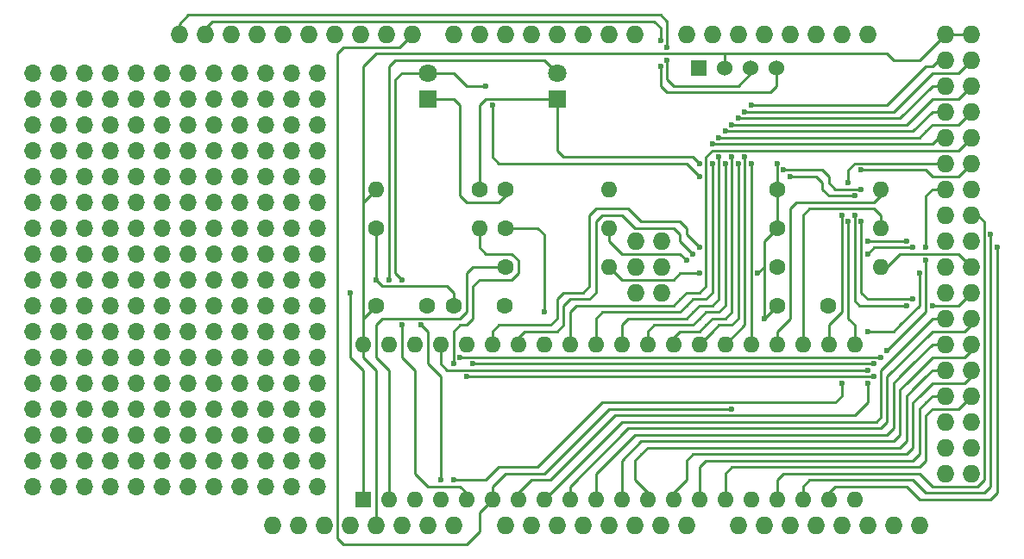
<source format=gtl>
G04 #@! TF.FileFunction,Copper,L1,Top,Signal*
%FSLAX46Y46*%
G04 Gerber Fmt 4.6, Leading zero omitted, Abs format (unit mm)*
G04 Created by KiCad (PCBNEW 4.0.7) date 08/20/19 17:13:51*
%MOMM*%
%LPD*%
G01*
G04 APERTURE LIST*
%ADD10C,0.100000*%
%ADD11C,1.600000*%
%ADD12R,1.800000X1.800000*%
%ADD13C,1.800000*%
%ADD14O,1.600000X1.600000*%
%ADD15R,1.600000X1.600000*%
%ADD16O,1.727200X1.727200*%
%ADD17O,1.700000X1.700000*%
%ADD18R,1.524000X1.524000*%
%ADD19C,1.524000*%
%ADD20C,0.600000*%
%ADD21C,0.250000*%
G04 APERTURE END LIST*
D10*
D11*
X226060000Y-79375000D03*
X231060000Y-79375000D03*
X186690000Y-79375000D03*
X191690000Y-79375000D03*
X194310000Y-79375000D03*
X199310000Y-79375000D03*
D12*
X191770000Y-59055000D03*
D13*
X191770000Y-56515000D03*
D12*
X204470000Y-59055000D03*
D13*
X204470000Y-56515000D03*
D11*
X186690000Y-71755000D03*
D14*
X196850000Y-71755000D03*
D11*
X196850000Y-67945000D03*
D14*
X186690000Y-67945000D03*
D11*
X199390000Y-75565000D03*
D14*
X209550000Y-75565000D03*
D11*
X226060000Y-67945000D03*
D14*
X236220000Y-67945000D03*
D11*
X226060000Y-71755000D03*
D14*
X236220000Y-71755000D03*
D11*
X199390000Y-67945000D03*
D14*
X209550000Y-67945000D03*
D11*
X226060000Y-75565000D03*
D14*
X236220000Y-75565000D03*
D11*
X199390000Y-71755000D03*
D14*
X209550000Y-71755000D03*
D15*
X185420000Y-98425000D03*
D14*
X233680000Y-83185000D03*
X187960000Y-98425000D03*
X231140000Y-83185000D03*
X190500000Y-98425000D03*
X228600000Y-83185000D03*
X193040000Y-98425000D03*
X226060000Y-83185000D03*
X195580000Y-98425000D03*
X223520000Y-83185000D03*
X198120000Y-98425000D03*
X220980000Y-83185000D03*
X200660000Y-98425000D03*
X218440000Y-83185000D03*
X203200000Y-98425000D03*
X215900000Y-83185000D03*
X205740000Y-98425000D03*
X213360000Y-83185000D03*
X208280000Y-98425000D03*
X210820000Y-83185000D03*
X210820000Y-98425000D03*
X208280000Y-83185000D03*
X213360000Y-98425000D03*
X205740000Y-83185000D03*
X215900000Y-98425000D03*
X203200000Y-83185000D03*
X218440000Y-98425000D03*
X200660000Y-83185000D03*
X220980000Y-98425000D03*
X198120000Y-83185000D03*
X223520000Y-98425000D03*
X195580000Y-83185000D03*
X226060000Y-98425000D03*
X193040000Y-83185000D03*
X228600000Y-98425000D03*
X190500000Y-83185000D03*
X231140000Y-98425000D03*
X187960000Y-83185000D03*
X233680000Y-98425000D03*
X185420000Y-83185000D03*
D16*
X212217000Y-78105000D03*
X214757000Y-78105000D03*
X214757000Y-75565000D03*
X212217000Y-75565000D03*
X214757000Y-73025000D03*
X199390000Y-100965000D03*
X194310000Y-100965000D03*
X191770000Y-100965000D03*
X189230000Y-100965000D03*
X186690000Y-100965000D03*
X184150000Y-100965000D03*
X181610000Y-100965000D03*
X179070000Y-100965000D03*
X234950000Y-52705000D03*
X232410000Y-52705000D03*
X229870000Y-52705000D03*
X227330000Y-52705000D03*
X224790000Y-52705000D03*
X222250000Y-52705000D03*
X219710000Y-52705000D03*
X217170000Y-52705000D03*
X212090000Y-52705000D03*
X209550000Y-52705000D03*
X207010000Y-52705000D03*
X204470000Y-52705000D03*
X201930000Y-52705000D03*
X199390000Y-52705000D03*
X196850000Y-52705000D03*
X194310000Y-52705000D03*
X175006000Y-52705000D03*
X190246000Y-52705000D03*
X187706000Y-52705000D03*
X185166000Y-52705000D03*
X167386000Y-52705000D03*
X169926000Y-52705000D03*
X172466000Y-52705000D03*
X177546000Y-52705000D03*
X180086000Y-52705000D03*
X182626000Y-52705000D03*
X176530000Y-100965000D03*
X201930000Y-100965000D03*
X204470000Y-100965000D03*
X207010000Y-100965000D03*
X209550000Y-100965000D03*
X212090000Y-100965000D03*
X214630000Y-100965000D03*
X217170000Y-100965000D03*
X222250000Y-100965000D03*
X224790000Y-100965000D03*
X227330000Y-100965000D03*
X229870000Y-100965000D03*
X232410000Y-100965000D03*
X234950000Y-100965000D03*
X237490000Y-100965000D03*
X240030000Y-100965000D03*
X242570000Y-52705000D03*
X245110000Y-52705000D03*
X242570000Y-55245000D03*
X245110000Y-55245000D03*
X242570000Y-57785000D03*
X245110000Y-57785000D03*
X242570000Y-60325000D03*
X245110000Y-60325000D03*
X242570000Y-62865000D03*
X245110000Y-62865000D03*
X242570000Y-65405000D03*
X245110000Y-65405000D03*
X242570000Y-67945000D03*
X245110000Y-67945000D03*
X242570000Y-70485000D03*
X245110000Y-70485000D03*
X242570000Y-73025000D03*
X245110000Y-73025000D03*
X242570000Y-75565000D03*
X245110000Y-75565000D03*
X242570000Y-78105000D03*
X245110000Y-78105000D03*
X242570000Y-80645000D03*
X245110000Y-80645000D03*
X242570000Y-83185000D03*
X245110000Y-83185000D03*
X242570000Y-85725000D03*
X245110000Y-85725000D03*
X242570000Y-88265000D03*
X245110000Y-88265000D03*
X242570000Y-90805000D03*
X245110000Y-90805000D03*
X242570000Y-93345000D03*
X245110000Y-93345000D03*
X242570000Y-95885000D03*
X245110000Y-95885000D03*
X212217000Y-73025000D03*
D17*
X180975000Y-56515000D03*
X180975000Y-59055000D03*
X180975000Y-61595000D03*
X180975000Y-64135000D03*
X180975000Y-66675000D03*
X180975000Y-69215000D03*
X180975000Y-71755000D03*
X180975000Y-74295000D03*
X180975000Y-76835000D03*
X180975000Y-79375000D03*
X180975000Y-81915000D03*
X180975000Y-84455000D03*
X180975000Y-86995000D03*
X180975000Y-89535000D03*
X180975000Y-92075000D03*
X180975000Y-94615000D03*
X180975000Y-97155000D03*
X175895000Y-56515000D03*
X175895000Y-59055000D03*
X175895000Y-61595000D03*
X175895000Y-64135000D03*
X175895000Y-66675000D03*
X175895000Y-69215000D03*
X175895000Y-71755000D03*
X175895000Y-74295000D03*
X175895000Y-76835000D03*
X175895000Y-79375000D03*
X175895000Y-81915000D03*
X175895000Y-84455000D03*
X175895000Y-86995000D03*
X175895000Y-89535000D03*
X175895000Y-92075000D03*
X175895000Y-94615000D03*
X175895000Y-97155000D03*
X173355000Y-56515000D03*
X173355000Y-59055000D03*
X173355000Y-61595000D03*
X173355000Y-64135000D03*
X173355000Y-66675000D03*
X173355000Y-69215000D03*
X173355000Y-71755000D03*
X173355000Y-74295000D03*
X173355000Y-76835000D03*
X173355000Y-79375000D03*
X173355000Y-81915000D03*
X173355000Y-84455000D03*
X173355000Y-86995000D03*
X173355000Y-89535000D03*
X173355000Y-92075000D03*
X173355000Y-94615000D03*
X173355000Y-97155000D03*
X170815000Y-56515000D03*
X170815000Y-59055000D03*
X170815000Y-61595000D03*
X170815000Y-64135000D03*
X170815000Y-66675000D03*
X170815000Y-69215000D03*
X170815000Y-71755000D03*
X170815000Y-74295000D03*
X170815000Y-76835000D03*
X170815000Y-79375000D03*
X170815000Y-81915000D03*
X170815000Y-84455000D03*
X170815000Y-86995000D03*
X170815000Y-89535000D03*
X170815000Y-92075000D03*
X170815000Y-94615000D03*
X170815000Y-97155000D03*
X168275000Y-56515000D03*
X168275000Y-59055000D03*
X168275000Y-61595000D03*
X168275000Y-64135000D03*
X168275000Y-66675000D03*
X168275000Y-69215000D03*
X168275000Y-71755000D03*
X168275000Y-74295000D03*
X168275000Y-76835000D03*
X168275000Y-79375000D03*
X168275000Y-81915000D03*
X168275000Y-84455000D03*
X168275000Y-86995000D03*
X168275000Y-89535000D03*
X168275000Y-92075000D03*
X168275000Y-94615000D03*
X168275000Y-97155000D03*
X165735000Y-56515000D03*
X165735000Y-59055000D03*
X165735000Y-61595000D03*
X165735000Y-64135000D03*
X165735000Y-66675000D03*
X165735000Y-69215000D03*
X165735000Y-71755000D03*
X165735000Y-74295000D03*
X165735000Y-76835000D03*
X165735000Y-79375000D03*
X165735000Y-81915000D03*
X165735000Y-84455000D03*
X165735000Y-86995000D03*
X165735000Y-89535000D03*
X165735000Y-92075000D03*
X165735000Y-94615000D03*
X165735000Y-97155000D03*
X163195000Y-56515000D03*
X163195000Y-59055000D03*
X163195000Y-61595000D03*
X163195000Y-64135000D03*
X163195000Y-66675000D03*
X163195000Y-69215000D03*
X163195000Y-71755000D03*
X163195000Y-74295000D03*
X163195000Y-76835000D03*
X163195000Y-79375000D03*
X163195000Y-81915000D03*
X163195000Y-84455000D03*
X163195000Y-86995000D03*
X163195000Y-89535000D03*
X163195000Y-92075000D03*
X163195000Y-94615000D03*
X163195000Y-97155000D03*
X160655000Y-56515000D03*
X160655000Y-59055000D03*
X160655000Y-61595000D03*
X160655000Y-64135000D03*
X160655000Y-66675000D03*
X160655000Y-69215000D03*
X160655000Y-71755000D03*
X160655000Y-74295000D03*
X160655000Y-76835000D03*
X160655000Y-79375000D03*
X160655000Y-81915000D03*
X160655000Y-84455000D03*
X160655000Y-86995000D03*
X160655000Y-89535000D03*
X160655000Y-92075000D03*
X160655000Y-94615000D03*
X160655000Y-97155000D03*
X158115000Y-56515000D03*
X158115000Y-59055000D03*
X158115000Y-61595000D03*
X158115000Y-64135000D03*
X158115000Y-66675000D03*
X158115000Y-69215000D03*
X158115000Y-71755000D03*
X158115000Y-74295000D03*
X158115000Y-76835000D03*
X158115000Y-79375000D03*
X158115000Y-81915000D03*
X158115000Y-84455000D03*
X158115000Y-86995000D03*
X158115000Y-89535000D03*
X158115000Y-92075000D03*
X158115000Y-94615000D03*
X158115000Y-97155000D03*
X155575000Y-56515000D03*
X155575000Y-59055000D03*
X155575000Y-61595000D03*
X155575000Y-64135000D03*
X155575000Y-66675000D03*
X155575000Y-69215000D03*
X155575000Y-71755000D03*
X155575000Y-74295000D03*
X155575000Y-76835000D03*
X155575000Y-79375000D03*
X155575000Y-81915000D03*
X155575000Y-84455000D03*
X155575000Y-86995000D03*
X155575000Y-89535000D03*
X155575000Y-92075000D03*
X155575000Y-94615000D03*
X155575000Y-97155000D03*
X153035000Y-56515000D03*
X153035000Y-59055000D03*
X153035000Y-61595000D03*
X153035000Y-64135000D03*
X153035000Y-66675000D03*
X153035000Y-69215000D03*
X153035000Y-71755000D03*
X153035000Y-74295000D03*
X153035000Y-76835000D03*
X153035000Y-79375000D03*
X153035000Y-81915000D03*
X153035000Y-84455000D03*
X153035000Y-86995000D03*
X153035000Y-89535000D03*
X153035000Y-92075000D03*
X153035000Y-94615000D03*
X153035000Y-97155000D03*
X178435000Y-56515000D03*
X178435000Y-59055000D03*
X178435000Y-61595000D03*
X178435000Y-64135000D03*
X178435000Y-66675000D03*
X178435000Y-69215000D03*
X178435000Y-71755000D03*
X178435000Y-74295000D03*
X178435000Y-76835000D03*
X178435000Y-79375000D03*
X178435000Y-81915000D03*
X178435000Y-84455000D03*
X178435000Y-86995000D03*
X178435000Y-89535000D03*
X178435000Y-92075000D03*
X178435000Y-94615000D03*
X178435000Y-97155000D03*
D18*
X218405000Y-56030000D03*
D19*
X220945000Y-56030000D03*
X223485000Y-56030000D03*
X226025000Y-56030000D03*
D20*
X226060000Y-65405000D03*
X224155000Y-76200000D03*
X218440000Y-76200000D03*
X224790000Y-80645000D03*
X184150000Y-78105000D03*
X186690000Y-76835000D03*
X197485000Y-57785000D03*
X198120000Y-59690000D03*
X218440000Y-66675000D03*
X227330000Y-66675000D03*
X241300000Y-79375000D03*
X238760000Y-79375000D03*
X233680000Y-68580000D03*
X233680000Y-70485000D03*
X191135000Y-81280000D03*
X189230000Y-76835000D03*
X193040000Y-96520000D03*
X218440000Y-65405000D03*
X226695000Y-66040000D03*
X234315000Y-71120000D03*
X234315000Y-67945000D03*
X239395000Y-78740000D03*
X187960000Y-76835000D03*
X189230000Y-81280000D03*
X194310000Y-85090000D03*
X195580000Y-86360000D03*
X235585000Y-86360000D03*
X217170000Y-74930000D03*
X203200000Y-80010000D03*
X233045000Y-71120000D03*
X233045000Y-67310000D03*
X234315000Y-66040000D03*
X232410000Y-70485000D03*
X232410000Y-86995000D03*
X240030000Y-76200000D03*
X194310000Y-96520000D03*
X234950000Y-81915000D03*
X223520000Y-59690000D03*
X223520000Y-65405000D03*
X222885000Y-60325000D03*
X222885000Y-64770000D03*
X240665000Y-73660000D03*
X240665000Y-74930000D03*
X236855000Y-83820000D03*
X234950000Y-86995000D03*
X222250000Y-65405000D03*
X222250000Y-60960000D03*
X221615000Y-61595000D03*
X221615000Y-64770000D03*
X220980000Y-62230000D03*
X220980000Y-65405000D03*
X220345000Y-62865000D03*
X220345000Y-64770000D03*
X219710000Y-63500000D03*
X219710000Y-65405000D03*
X234950000Y-74295000D03*
X239395000Y-73660000D03*
X217805000Y-74295000D03*
X218440000Y-73660000D03*
X234950000Y-73025000D03*
X238760000Y-73025000D03*
X235585000Y-85090000D03*
X196215000Y-85090000D03*
X234950000Y-85725000D03*
X247015000Y-72390000D03*
X236220000Y-84455000D03*
X194945000Y-84455000D03*
X247650000Y-73660000D03*
X221615000Y-89535000D03*
X215265000Y-55245000D03*
X215265000Y-53975000D03*
X214630000Y-55880000D03*
X214630000Y-53340000D03*
D21*
X220945000Y-56030000D02*
X220945000Y-54610000D01*
X220945000Y-54610000D02*
X220980000Y-54610000D01*
X226060000Y-67945000D02*
X226060000Y-65405000D01*
X215900000Y-76835000D02*
X216535000Y-76200000D01*
X224155000Y-76200000D02*
X224790000Y-75565000D01*
X216535000Y-76200000D02*
X218440000Y-76200000D01*
X209550000Y-75565000D02*
X210820000Y-76835000D01*
X210820000Y-76835000D02*
X215900000Y-76835000D01*
X224790000Y-78740000D02*
X224790000Y-80645000D01*
X226060000Y-79375000D02*
X225425000Y-79375000D01*
X224790000Y-73025000D02*
X226060000Y-71755000D01*
X224790000Y-75565000D02*
X224790000Y-73025000D01*
X224790000Y-78740000D02*
X224790000Y-75565000D01*
X225425000Y-54610000D02*
X220980000Y-54610000D01*
X242570000Y-52705000D02*
X240030000Y-55245000D01*
X236855000Y-54610000D02*
X226695000Y-54610000D01*
X237490000Y-55245000D02*
X236855000Y-54610000D01*
X240030000Y-55245000D02*
X237490000Y-55245000D01*
X226695000Y-54610000D02*
X225425000Y-54610000D01*
X220980000Y-54610000D02*
X186690000Y-54610000D01*
X186690000Y-54610000D02*
X185420000Y-55880000D01*
X185420000Y-55880000D02*
X185420000Y-69215000D01*
X185420000Y-83185000D02*
X185420000Y-84455000D01*
X185420000Y-84455000D02*
X186690000Y-85725000D01*
X186690000Y-100965000D02*
X186690000Y-85725000D01*
X242570000Y-52705000D02*
X245110000Y-52705000D01*
X185420000Y-80645000D02*
X185420000Y-69215000D01*
X185420000Y-69215000D02*
X186690000Y-67945000D01*
X185420000Y-83185000D02*
X185420000Y-80645000D01*
X185420000Y-80645000D02*
X186690000Y-79375000D01*
X226060000Y-67945000D02*
X226060000Y-71755000D01*
X224790000Y-80645000D02*
X226060000Y-79375000D01*
X184150000Y-78105000D02*
X184150000Y-78740000D01*
X185420000Y-98425000D02*
X185420000Y-85725000D01*
X184150000Y-84455000D02*
X184150000Y-78740000D01*
X185420000Y-85725000D02*
X184150000Y-84455000D01*
X194310000Y-79375000D02*
X194310000Y-78105000D01*
X186690000Y-76835000D02*
X186690000Y-71755000D01*
X187325000Y-77470000D02*
X186690000Y-76835000D01*
X193675000Y-77470000D02*
X187325000Y-77470000D01*
X194310000Y-78105000D02*
X193675000Y-77470000D01*
X199390000Y-67945000D02*
X199390000Y-68580000D01*
X199390000Y-68580000D02*
X198755000Y-69215000D01*
X198755000Y-69215000D02*
X195580000Y-69215000D01*
X195580000Y-69215000D02*
X194945000Y-68580000D01*
X194945000Y-68580000D02*
X194945000Y-59690000D01*
X194945000Y-59690000D02*
X194310000Y-59055000D01*
X194310000Y-59055000D02*
X191770000Y-59055000D01*
X230505000Y-67310000D02*
X229870000Y-66675000D01*
X198120000Y-64770000D02*
X198120000Y-59690000D01*
X198755000Y-65405000D02*
X198120000Y-64770000D01*
X217170000Y-65405000D02*
X198755000Y-65405000D01*
X218440000Y-66675000D02*
X217170000Y-65405000D01*
X229870000Y-66675000D02*
X227330000Y-66675000D01*
X191770000Y-56515000D02*
X194310000Y-56515000D01*
X194310000Y-56515000D02*
X195580000Y-57785000D01*
X231775000Y-68580000D02*
X231140000Y-68580000D01*
X236220000Y-79375000D02*
X234130002Y-79375000D01*
X243840000Y-79375000D02*
X241300000Y-79375000D01*
X238760000Y-79375000D02*
X236220000Y-79375000D01*
X245110000Y-78105000D02*
X243840000Y-79375000D01*
X233680000Y-78924998D02*
X233680000Y-70485000D01*
X234130002Y-79375000D02*
X233680000Y-78924998D01*
X233680000Y-68580000D02*
X231775000Y-68580000D01*
X230505000Y-67945000D02*
X230505000Y-67310000D01*
X231140000Y-68580000D02*
X230505000Y-67945000D01*
X197485000Y-57785000D02*
X195580000Y-57785000D01*
X191770000Y-84455000D02*
X191770000Y-85090000D01*
X191770000Y-85090000D02*
X193040000Y-86360000D01*
X188595000Y-74295000D02*
X188595000Y-57150000D01*
X188595000Y-57150000D02*
X189230000Y-56515000D01*
X189230000Y-56515000D02*
X191770000Y-56515000D01*
X191770000Y-81915000D02*
X191770000Y-84455000D01*
X191135000Y-81280000D02*
X191770000Y-81915000D01*
X188595000Y-76200000D02*
X189230000Y-76835000D01*
X188595000Y-74295000D02*
X188595000Y-76200000D01*
X193040000Y-96520000D02*
X193040000Y-86360000D01*
X231140000Y-66675000D02*
X230505000Y-66040000D01*
X204470000Y-64135000D02*
X204470000Y-59055000D01*
X205105000Y-64770000D02*
X204470000Y-64135000D01*
X217805000Y-64770000D02*
X205105000Y-64770000D01*
X218440000Y-65405000D02*
X217805000Y-64770000D01*
X230505000Y-66040000D02*
X226695000Y-66040000D01*
X231140000Y-67310000D02*
X231140000Y-66675000D01*
X231775000Y-67945000D02*
X234315000Y-67945000D01*
X234950000Y-78740000D02*
X234315000Y-78105000D01*
X234315000Y-78105000D02*
X234315000Y-71120000D01*
X239395000Y-78740000D02*
X234950000Y-78740000D01*
X231775000Y-67945000D02*
X231140000Y-67310000D01*
X196850000Y-67945000D02*
X196850000Y-59690000D01*
X196850000Y-59690000D02*
X197485000Y-59055000D01*
X197485000Y-59055000D02*
X204470000Y-59055000D01*
X190500000Y-95885000D02*
X191770000Y-97155000D01*
X189230000Y-84455000D02*
X190500000Y-85725000D01*
X190500000Y-85725000D02*
X190500000Y-95885000D01*
X195580000Y-98425000D02*
X195580000Y-97790000D01*
X195580000Y-97790000D02*
X194945000Y-97155000D01*
X194945000Y-97155000D02*
X191770000Y-97155000D01*
X189230000Y-81280000D02*
X189230000Y-84455000D01*
X204470000Y-56515000D02*
X203200000Y-55245000D01*
X187960000Y-55880000D02*
X187960000Y-74295000D01*
X188595000Y-55245000D02*
X187960000Y-55880000D01*
X203200000Y-55245000D02*
X188595000Y-55245000D01*
X187960000Y-74295000D02*
X187960000Y-76835000D01*
X200660000Y-74930000D02*
X200025000Y-74295000D01*
X196850000Y-73660000D02*
X196850000Y-71755000D01*
X197485000Y-74295000D02*
X196850000Y-73660000D01*
X200025000Y-74295000D02*
X197485000Y-74295000D01*
X196215000Y-86360000D02*
X233680000Y-86360000D01*
X235585000Y-86360000D02*
X233680000Y-86360000D01*
X196215000Y-86360000D02*
X195580000Y-86360000D01*
X200660000Y-76200000D02*
X200660000Y-74930000D01*
X200025000Y-76835000D02*
X200660000Y-76200000D01*
X196850000Y-76835000D02*
X200025000Y-76835000D01*
X196215000Y-77470000D02*
X196850000Y-76835000D01*
X196215000Y-80645000D02*
X196215000Y-77470000D01*
X195580000Y-81280000D02*
X196215000Y-80645000D01*
X194945000Y-81280000D02*
X195580000Y-81280000D01*
X194310000Y-81915000D02*
X194945000Y-81280000D01*
X194310000Y-85090000D02*
X194310000Y-81915000D01*
X196850000Y-72390000D02*
X196850000Y-71755000D01*
X186690000Y-82550000D02*
X186690000Y-84455000D01*
X196215000Y-75565000D02*
X195580000Y-76200000D01*
X195580000Y-76200000D02*
X195580000Y-80010000D01*
X195580000Y-80010000D02*
X194945000Y-80645000D01*
X194945000Y-80645000D02*
X187325000Y-80645000D01*
X187325000Y-80645000D02*
X186690000Y-81280000D01*
X186690000Y-81280000D02*
X186690000Y-82550000D01*
X199390000Y-75565000D02*
X196215000Y-75565000D01*
X187960000Y-85725000D02*
X187960000Y-98425000D01*
X186690000Y-84455000D02*
X187960000Y-85725000D01*
X236220000Y-67945000D02*
X236220000Y-68580000D01*
X236220000Y-68580000D02*
X235585000Y-69215000D01*
X227965000Y-69215000D02*
X227330000Y-69850000D01*
X235585000Y-69215000D02*
X227965000Y-69215000D01*
X227330000Y-78740000D02*
X227330000Y-69850000D01*
X226060000Y-81915000D02*
X227330000Y-80645000D01*
X227330000Y-80645000D02*
X227330000Y-78740000D01*
X226060000Y-83185000D02*
X226060000Y-81915000D01*
X228600000Y-72390000D02*
X228600000Y-70485000D01*
X236220000Y-70485000D02*
X236220000Y-71755000D01*
X235585000Y-69850000D02*
X236220000Y-70485000D01*
X229235000Y-69850000D02*
X235585000Y-69850000D01*
X228600000Y-70485000D02*
X229235000Y-69850000D01*
X228600000Y-83185000D02*
X228600000Y-72390000D01*
X215900000Y-74295000D02*
X216535000Y-74295000D01*
X216535000Y-74295000D02*
X217170000Y-74930000D01*
X209550000Y-73025000D02*
X209550000Y-71755000D01*
X210820000Y-74295000D02*
X209550000Y-73025000D01*
X215900000Y-74295000D02*
X210820000Y-74295000D01*
X236220000Y-75565000D02*
X236855000Y-75565000D01*
X236855000Y-75565000D02*
X238125000Y-74295000D01*
X238125000Y-74295000D02*
X243840000Y-74295000D01*
X243840000Y-74295000D02*
X245110000Y-75565000D01*
X203200000Y-72390000D02*
X202565000Y-71755000D01*
X202565000Y-71755000D02*
X199390000Y-71755000D01*
X203200000Y-80010000D02*
X203200000Y-72390000D01*
X235585000Y-65405000D02*
X233680000Y-65405000D01*
X233680000Y-83185000D02*
X233680000Y-81280000D01*
X233045000Y-80645000D02*
X233045000Y-71120000D01*
X233680000Y-81280000D02*
X233045000Y-80645000D01*
X235585000Y-65405000D02*
X242570000Y-65405000D01*
X233045000Y-66040000D02*
X233045000Y-67310000D01*
X233680000Y-65405000D02*
X233045000Y-66040000D01*
X245110000Y-65405000D02*
X243840000Y-66675000D01*
X243840000Y-66675000D02*
X241300000Y-66675000D01*
X240665000Y-66040000D02*
X236220000Y-66040000D01*
X241300000Y-66675000D02*
X240665000Y-66040000D01*
X234315000Y-66040000D02*
X236220000Y-66040000D01*
X231140000Y-81280000D02*
X231140000Y-83185000D01*
X232410000Y-80010000D02*
X232410000Y-72390000D01*
X231140000Y-81280000D02*
X232410000Y-80010000D01*
X232410000Y-72390000D02*
X232410000Y-70485000D01*
X231775000Y-88900000D02*
X232410000Y-88265000D01*
X232410000Y-88265000D02*
X232410000Y-86995000D01*
X238125000Y-81280000D02*
X240030000Y-79375000D01*
X240030000Y-79375000D02*
X240030000Y-76200000D01*
X208915000Y-88900000D02*
X226695000Y-88900000D01*
X202565000Y-95250000D02*
X208915000Y-88900000D01*
X198755000Y-95250000D02*
X202565000Y-95250000D01*
X197485000Y-96520000D02*
X198755000Y-95250000D01*
X194310000Y-96520000D02*
X197485000Y-96520000D01*
X226695000Y-88900000D02*
X231775000Y-88900000D01*
X237490000Y-81915000D02*
X238125000Y-81280000D01*
X234950000Y-81915000D02*
X237490000Y-81915000D01*
X240665000Y-55880000D02*
X236855000Y-59690000D01*
X236855000Y-59690000D02*
X223520000Y-59690000D01*
X241935000Y-55245000D02*
X241300000Y-55880000D01*
X241300000Y-55880000D02*
X240665000Y-55880000D01*
X241935000Y-55245000D02*
X242570000Y-55245000D01*
X223520000Y-83185000D02*
X223520000Y-65405000D01*
X223520000Y-83185000D02*
X223520000Y-82550000D01*
X241300000Y-56515000D02*
X237490000Y-60325000D01*
X237490000Y-60325000D02*
X222885000Y-60325000D01*
X220980000Y-83185000D02*
X222885000Y-81280000D01*
X222885000Y-81280000D02*
X222885000Y-64770000D01*
X243840000Y-56515000D02*
X245110000Y-55245000D01*
X241300000Y-56515000D02*
X243840000Y-56515000D01*
X220980000Y-83185000D02*
X220980000Y-82550000D01*
X226060000Y-90170000D02*
X233680000Y-90170000D01*
X210185000Y-90170000D02*
X226060000Y-90170000D01*
X203835000Y-96520000D02*
X210185000Y-90170000D01*
X201930000Y-96520000D02*
X203835000Y-96520000D01*
X200660000Y-97790000D02*
X201930000Y-96520000D01*
X241300000Y-67945000D02*
X242570000Y-67945000D01*
X240665000Y-68580000D02*
X241300000Y-67945000D01*
X240665000Y-69215000D02*
X240665000Y-68580000D01*
X240665000Y-73660000D02*
X240665000Y-69215000D01*
X240665000Y-80010000D02*
X240665000Y-74930000D01*
X236855000Y-83820000D02*
X240665000Y-80010000D01*
X234950000Y-88900000D02*
X234950000Y-86995000D01*
X233680000Y-90170000D02*
X234950000Y-88900000D01*
X200660000Y-98425000D02*
X200660000Y-97790000D01*
X241300000Y-57785000D02*
X238125000Y-60960000D01*
X219710000Y-81915000D02*
X220345000Y-81280000D01*
X220345000Y-81280000D02*
X221615000Y-81280000D01*
X221615000Y-81280000D02*
X222250000Y-80645000D01*
X222250000Y-80645000D02*
X222250000Y-65405000D01*
X218440000Y-83185000D02*
X219710000Y-81915000D01*
X241300000Y-57785000D02*
X242570000Y-57785000D01*
X238125000Y-60960000D02*
X222250000Y-60960000D01*
X215265000Y-90805000D02*
X235769998Y-90805000D01*
X210820000Y-90805000D02*
X215265000Y-90805000D01*
X203200000Y-98425000D02*
X210820000Y-90805000D01*
X241300000Y-80645000D02*
X242570000Y-80645000D01*
X236220000Y-85725000D02*
X241300000Y-80645000D01*
X236220000Y-90354998D02*
X236220000Y-85725000D01*
X235769998Y-90805000D02*
X236220000Y-90354998D01*
X219075000Y-81280000D02*
X219710000Y-80645000D01*
X219710000Y-80645000D02*
X220980000Y-80645000D01*
X220980000Y-80645000D02*
X221615000Y-80010000D01*
X218440000Y-81915000D02*
X219075000Y-81280000D01*
X216535000Y-81915000D02*
X218440000Y-81915000D01*
X216535000Y-81915000D02*
X215900000Y-82550000D01*
X245110000Y-57785000D02*
X243840000Y-59055000D01*
X215900000Y-83185000D02*
X215900000Y-82550000D01*
X241300000Y-59055000D02*
X238760000Y-61595000D01*
X238760000Y-61595000D02*
X221615000Y-61595000D01*
X221615000Y-80010000D02*
X221615000Y-64770000D01*
X241300000Y-59055000D02*
X243840000Y-59055000D01*
X245110000Y-80645000D02*
X245110000Y-81280000D01*
X245110000Y-81280000D02*
X244475000Y-81915000D01*
X244475000Y-81915000D02*
X241300000Y-81915000D01*
X241300000Y-81915000D02*
X236855000Y-86360000D01*
X236855000Y-86360000D02*
X236855000Y-90805000D01*
X236855000Y-90805000D02*
X236220000Y-91440000D01*
X236220000Y-91440000D02*
X215265000Y-91440000D01*
X205740000Y-98425000D02*
X205740000Y-97155000D01*
X211455000Y-91440000D02*
X215265000Y-91440000D01*
X205740000Y-97155000D02*
X211455000Y-91440000D01*
X241300000Y-60325000D02*
X239395000Y-62230000D01*
X239395000Y-62230000D02*
X220980000Y-62230000D01*
X218440000Y-80645000D02*
X219075000Y-80010000D01*
X213360000Y-81915000D02*
X213995000Y-81280000D01*
X213995000Y-81280000D02*
X217805000Y-81280000D01*
X217805000Y-81280000D02*
X218440000Y-80645000D01*
X213360000Y-81915000D02*
X213360000Y-83185000D01*
X220980000Y-79375000D02*
X220980000Y-65405000D01*
X220345000Y-80010000D02*
X220980000Y-79375000D01*
X219075000Y-80010000D02*
X220345000Y-80010000D01*
X242570000Y-60325000D02*
X241300000Y-60325000D01*
X238125000Y-86360000D02*
X239395000Y-85090000D01*
X215265000Y-92075000D02*
X236855000Y-92075000D01*
X208280000Y-95885000D02*
X212090000Y-92075000D01*
X212090000Y-92075000D02*
X215265000Y-92075000D01*
X208280000Y-98425000D02*
X208280000Y-95885000D01*
X241300000Y-83185000D02*
X242570000Y-83185000D01*
X239395000Y-85090000D02*
X241300000Y-83185000D01*
X237490000Y-86995000D02*
X238125000Y-86360000D01*
X237490000Y-91440000D02*
X237490000Y-86995000D01*
X236855000Y-92075000D02*
X237490000Y-91440000D01*
X241300000Y-61595000D02*
X240665000Y-62230000D01*
X240030000Y-62865000D02*
X220345000Y-62865000D01*
X240665000Y-62230000D02*
X240030000Y-62865000D01*
X220345000Y-64770000D02*
X220345000Y-78740000D01*
X217805000Y-80010000D02*
X218440000Y-79375000D01*
X217170000Y-80645000D02*
X217805000Y-80010000D01*
X210820000Y-81280000D02*
X211455000Y-80645000D01*
X211455000Y-80645000D02*
X217170000Y-80645000D01*
X210820000Y-83185000D02*
X210820000Y-81280000D01*
X219710000Y-79375000D02*
X220345000Y-78740000D01*
X218440000Y-79375000D02*
X219710000Y-79375000D01*
X243840000Y-61595000D02*
X245110000Y-60325000D01*
X241300000Y-61595000D02*
X243840000Y-61595000D01*
X238760000Y-86995000D02*
X240030000Y-85725000D01*
X215900000Y-92710000D02*
X237490000Y-92710000D01*
X210820000Y-94615000D02*
X212725000Y-92710000D01*
X212725000Y-92710000D02*
X215900000Y-92710000D01*
X210820000Y-98425000D02*
X210820000Y-94615000D01*
X244475000Y-84455000D02*
X245110000Y-83820000D01*
X240030000Y-85725000D02*
X241300000Y-84455000D01*
X241300000Y-84455000D02*
X244475000Y-84455000D01*
X238125000Y-87630000D02*
X238760000Y-86995000D01*
X238125000Y-92075000D02*
X238125000Y-87630000D01*
X237490000Y-92710000D02*
X238125000Y-92075000D01*
X245110000Y-83820000D02*
X245110000Y-83185000D01*
X242570000Y-62865000D02*
X241935000Y-62865000D01*
X241935000Y-62865000D02*
X241300000Y-63500000D01*
X241300000Y-63500000D02*
X219710000Y-63500000D01*
X217805000Y-78740000D02*
X219075000Y-78740000D01*
X219075000Y-78740000D02*
X219710000Y-78105000D01*
X219710000Y-78105000D02*
X219710000Y-65405000D01*
X216535000Y-80010000D02*
X217170000Y-79375000D01*
X208280000Y-80645000D02*
X208280000Y-83185000D01*
X208280000Y-80645000D02*
X208915000Y-80010000D01*
X208915000Y-80010000D02*
X216535000Y-80010000D01*
X217170000Y-79375000D02*
X217805000Y-78740000D01*
X239395000Y-87630000D02*
X240665000Y-86360000D01*
X242570000Y-85725000D02*
X241300000Y-85725000D01*
X212725000Y-93980000D02*
X213360000Y-93345000D01*
X213360000Y-93345000D02*
X216535000Y-93345000D01*
X212090000Y-96520000D02*
X213360000Y-97790000D01*
X212090000Y-96520000D02*
X212090000Y-94615000D01*
X212090000Y-94615000D02*
X212725000Y-93980000D01*
X238125000Y-93345000D02*
X216535000Y-93345000D01*
X238760000Y-92710000D02*
X238125000Y-93345000D01*
X238760000Y-88265000D02*
X238760000Y-92710000D01*
X239395000Y-87630000D02*
X238760000Y-88265000D01*
X241300000Y-85725000D02*
X240665000Y-86360000D01*
X213360000Y-98425000D02*
X213360000Y-97790000D01*
X223520000Y-64135000D02*
X241300000Y-64135000D01*
X219710000Y-64135000D02*
X219075000Y-64770000D01*
X223520000Y-64135000D02*
X219710000Y-64135000D01*
X216535000Y-78740000D02*
X217170000Y-78105000D01*
X217170000Y-78105000D02*
X218440000Y-78105000D01*
X218440000Y-78105000D02*
X219075000Y-77470000D01*
X219075000Y-77470000D02*
X219075000Y-64770000D01*
X215900000Y-79375000D02*
X216535000Y-78740000D01*
X205740000Y-83185000D02*
X205740000Y-80010000D01*
X206375000Y-79375000D02*
X215900000Y-79375000D01*
X205740000Y-80010000D02*
X206375000Y-79375000D01*
X243840000Y-64135000D02*
X245110000Y-62865000D01*
X241300000Y-64135000D02*
X243840000Y-64135000D01*
X240030000Y-88265000D02*
X241300000Y-86995000D01*
X241300000Y-86995000D02*
X241935000Y-86995000D01*
X237490000Y-93980000D02*
X238760000Y-93980000D01*
X239395000Y-88900000D02*
X240030000Y-88265000D01*
X239395000Y-93345000D02*
X239395000Y-88900000D01*
X238760000Y-93980000D02*
X239395000Y-93345000D01*
X245110000Y-85725000D02*
X245110000Y-86360000D01*
X245110000Y-86360000D02*
X244475000Y-86995000D01*
X244475000Y-86995000D02*
X241935000Y-86995000D01*
X237490000Y-93980000D02*
X220345000Y-93980000D01*
X217170000Y-94615000D02*
X217805000Y-93980000D01*
X217170000Y-96520000D02*
X217170000Y-94615000D01*
X215900000Y-97790000D02*
X217170000Y-96520000D01*
X217805000Y-93980000D02*
X220345000Y-93980000D01*
X215900000Y-98425000D02*
X215900000Y-97790000D01*
X242570000Y-88265000D02*
X241300000Y-88265000D01*
X241300000Y-88265000D02*
X240665000Y-88900000D01*
X238125000Y-94615000D02*
X239395000Y-94615000D01*
X240030000Y-89535000D02*
X240665000Y-88900000D01*
X240030000Y-93980000D02*
X240030000Y-89535000D01*
X239395000Y-94615000D02*
X240030000Y-93980000D01*
X220980000Y-94615000D02*
X238125000Y-94615000D01*
X218440000Y-95250000D02*
X219075000Y-94615000D01*
X219075000Y-94615000D02*
X220980000Y-94615000D01*
X218440000Y-98425000D02*
X218440000Y-95250000D01*
X208280000Y-71120000D02*
X208915000Y-70485000D01*
X207645000Y-78740000D02*
X208280000Y-78105000D01*
X208280000Y-78105000D02*
X208280000Y-71120000D01*
X200660000Y-82550000D02*
X201295000Y-81915000D01*
X201295000Y-81915000D02*
X204470000Y-81915000D01*
X204470000Y-81915000D02*
X205105000Y-81280000D01*
X205105000Y-81280000D02*
X205105000Y-79375000D01*
X205105000Y-79375000D02*
X205740000Y-78740000D01*
X205740000Y-78740000D02*
X207645000Y-78740000D01*
X208915000Y-70485000D02*
X210820000Y-70485000D01*
X216535000Y-72390000D02*
X215900000Y-71755000D01*
X216535000Y-73025000D02*
X216535000Y-72390000D01*
X235585000Y-73660000D02*
X234950000Y-74295000D01*
X239395000Y-73660000D02*
X235585000Y-73660000D01*
X212090000Y-71755000D02*
X215900000Y-71755000D01*
X210820000Y-70485000D02*
X212090000Y-71755000D01*
X217805000Y-74295000D02*
X216535000Y-73025000D01*
X200660000Y-83185000D02*
X200660000Y-82550000D01*
X238760000Y-95250000D02*
X240030000Y-95250000D01*
X240665000Y-90170000D02*
X241300000Y-89535000D01*
X240665000Y-94615000D02*
X240665000Y-90170000D01*
X240030000Y-95250000D02*
X240665000Y-94615000D01*
X220980000Y-95885000D02*
X221615000Y-95250000D01*
X220980000Y-98425000D02*
X220980000Y-95885000D01*
X243840000Y-89535000D02*
X241300000Y-89535000D01*
X243840000Y-89535000D02*
X245110000Y-88265000D01*
X238760000Y-95250000D02*
X221615000Y-95250000D01*
X207645000Y-70485000D02*
X208280000Y-69850000D01*
X205105000Y-78105000D02*
X207010000Y-78105000D01*
X207010000Y-78105000D02*
X207645000Y-77470000D01*
X207645000Y-77470000D02*
X207645000Y-70485000D01*
X198120000Y-81915000D02*
X198120000Y-83185000D01*
X204470000Y-80645000D02*
X204470000Y-78740000D01*
X203835000Y-81280000D02*
X204470000Y-80645000D01*
X198755000Y-81280000D02*
X203835000Y-81280000D01*
X198120000Y-81915000D02*
X198755000Y-81280000D01*
X204470000Y-78740000D02*
X205105000Y-78105000D01*
X208280000Y-69850000D02*
X211455000Y-69850000D01*
X211455000Y-69850000D02*
X212725000Y-71120000D01*
X216535000Y-71120000D02*
X212725000Y-71120000D01*
X217170000Y-71755000D02*
X216535000Y-71120000D01*
X217170000Y-72390000D02*
X217170000Y-71755000D01*
X218440000Y-73660000D02*
X217170000Y-72390000D01*
X235585000Y-73025000D02*
X234950000Y-73025000D01*
X238760000Y-73025000D02*
X235585000Y-73025000D01*
X232410000Y-85090000D02*
X196215000Y-85090000D01*
X235585000Y-85090000D02*
X232410000Y-85090000D01*
X246380000Y-96520000D02*
X246380000Y-73660000D01*
X246380000Y-96520000D02*
X245745000Y-97155000D01*
X245745000Y-97155000D02*
X241300000Y-97155000D01*
X241300000Y-97155000D02*
X240030000Y-95885000D01*
X240030000Y-95885000D02*
X226695000Y-95885000D01*
X226695000Y-95885000D02*
X226060000Y-96520000D01*
X226060000Y-98425000D02*
X226060000Y-96520000D01*
X246380000Y-71120000D02*
X245745000Y-70485000D01*
X246380000Y-71120000D02*
X246380000Y-73660000D01*
X245110000Y-70485000D02*
X245745000Y-70485000D01*
X193040000Y-84455000D02*
X193040000Y-85090000D01*
X193675000Y-85725000D02*
X194310000Y-85725000D01*
X193040000Y-85090000D02*
X193675000Y-85725000D01*
X233045000Y-85725000D02*
X194310000Y-85725000D01*
X234950000Y-85725000D02*
X233045000Y-85725000D01*
X193040000Y-84455000D02*
X193040000Y-83185000D01*
X247015000Y-97155000D02*
X246380000Y-97790000D01*
X247015000Y-72390000D02*
X247015000Y-97155000D01*
X239395000Y-96520000D02*
X240665000Y-97790000D01*
X240665000Y-97790000D02*
X246380000Y-97790000D01*
X228600000Y-98425000D02*
X228600000Y-97155000D01*
X229235000Y-96520000D02*
X238125000Y-96520000D01*
X228600000Y-97155000D02*
X229235000Y-96520000D01*
X238125000Y-96520000D02*
X239395000Y-96520000D01*
X227330000Y-84455000D02*
X194945000Y-84455000D01*
X236220000Y-84455000D02*
X227330000Y-84455000D01*
X247650000Y-95250000D02*
X247650000Y-73660000D01*
X238760000Y-97155000D02*
X240030000Y-98425000D01*
X240030000Y-98425000D02*
X247015000Y-98425000D01*
X231140000Y-97790000D02*
X231775000Y-97155000D01*
X231775000Y-97155000D02*
X237490000Y-97155000D01*
X237490000Y-97155000D02*
X238760000Y-97155000D01*
X247650000Y-97790000D02*
X247650000Y-95250000D01*
X247015000Y-98425000D02*
X247650000Y-97790000D01*
X231140000Y-98425000D02*
X231140000Y-97790000D01*
X182880000Y-99695000D02*
X182880000Y-54610000D01*
X196850000Y-99695000D02*
X196850000Y-101600000D01*
X196850000Y-101600000D02*
X195580000Y-102870000D01*
X195580000Y-102870000D02*
X183515000Y-102870000D01*
X183515000Y-102870000D02*
X182880000Y-102235000D01*
X182880000Y-102235000D02*
X182880000Y-99695000D01*
X198120000Y-98425000D02*
X196850000Y-99695000D01*
X188976000Y-53975000D02*
X190246000Y-52705000D01*
X183515000Y-53975000D02*
X188976000Y-53975000D01*
X182880000Y-54610000D02*
X183515000Y-53975000D01*
X198120000Y-98425000D02*
X198120000Y-97155000D01*
X209550000Y-89535000D02*
X221615000Y-89535000D01*
X203200000Y-95885000D02*
X209550000Y-89535000D01*
X199390000Y-95885000D02*
X203200000Y-95885000D01*
X198120000Y-97155000D02*
X199390000Y-95885000D01*
X177165000Y-50800000D02*
X214630000Y-50800000D01*
X222250000Y-57785000D02*
X215900000Y-57785000D01*
X223485000Y-56550000D02*
X222250000Y-57785000D01*
X167386000Y-51689000D02*
X168275000Y-50800000D01*
X168275000Y-50800000D02*
X177165000Y-50800000D01*
X167386000Y-51689000D02*
X167386000Y-52705000D01*
X215265000Y-57150000D02*
X215900000Y-57785000D01*
X215265000Y-55245000D02*
X215265000Y-57150000D01*
X215265000Y-51435000D02*
X215265000Y-53975000D01*
X214630000Y-50800000D02*
X215265000Y-51435000D01*
X223485000Y-56030000D02*
X223485000Y-56550000D01*
X177800000Y-51435000D02*
X213995000Y-51435000D01*
X226025000Y-57820000D02*
X225425000Y-58420000D01*
X225425000Y-58420000D02*
X215900000Y-58420000D01*
X226025000Y-56030000D02*
X226025000Y-57820000D01*
X170630002Y-51435000D02*
X177800000Y-51435000D01*
X170630002Y-51435000D02*
X169926000Y-52139002D01*
X215265000Y-58420000D02*
X215900000Y-58420000D01*
X214630000Y-57785000D02*
X215265000Y-58420000D01*
X214630000Y-55880000D02*
X214630000Y-57785000D01*
X214630000Y-52070000D02*
X214630000Y-53340000D01*
X213995000Y-51435000D02*
X214630000Y-52070000D01*
X169926000Y-52705000D02*
X169926000Y-52139002D01*
M02*

</source>
